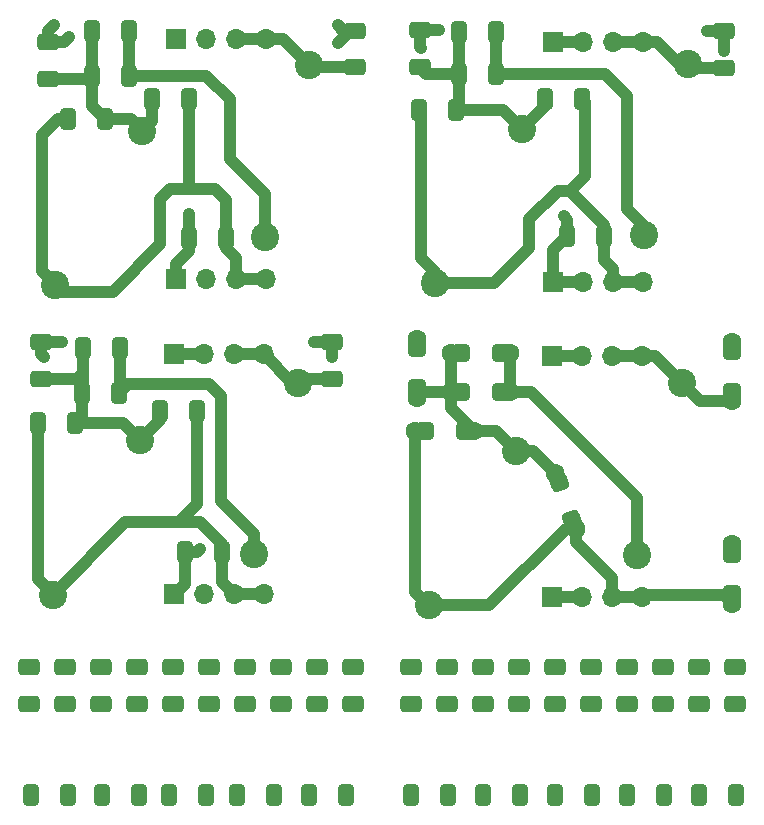
<source format=gbr>
%TF.GenerationSoftware,KiCad,Pcbnew,(6.0.11)*%
%TF.CreationDate,2023-08-20T10:05:32-05:00*%
%TF.ProjectId,SerialResonantFilter,53657269-616c-4526-9573-6f6e616e7446,rev?*%
%TF.SameCoordinates,Original*%
%TF.FileFunction,Copper,L1,Top*%
%TF.FilePolarity,Positive*%
%FSLAX46Y46*%
G04 Gerber Fmt 4.6, Leading zero omitted, Abs format (unit mm)*
G04 Created by KiCad (PCBNEW (6.0.11)) date 2023-08-20 10:05:32*
%MOMM*%
%LPD*%
G01*
G04 APERTURE LIST*
G04 Aperture macros list*
%AMRoundRect*
0 Rectangle with rounded corners*
0 $1 Rounding radius*
0 $2 $3 $4 $5 $6 $7 $8 $9 X,Y pos of 4 corners*
0 Add a 4 corners polygon primitive as box body*
4,1,4,$2,$3,$4,$5,$6,$7,$8,$9,$2,$3,0*
0 Add four circle primitives for the rounded corners*
1,1,$1+$1,$2,$3*
1,1,$1+$1,$4,$5*
1,1,$1+$1,$6,$7*
1,1,$1+$1,$8,$9*
0 Add four rect primitives between the rounded corners*
20,1,$1+$1,$2,$3,$4,$5,0*
20,1,$1+$1,$4,$5,$6,$7,0*
20,1,$1+$1,$6,$7,$8,$9,0*
20,1,$1+$1,$8,$9,$2,$3,0*%
G04 Aperture macros list end*
%TA.AperFunction,SMDPad,CuDef*%
%ADD10RoundRect,0.250000X-0.412500X-0.650000X0.412500X-0.650000X0.412500X0.650000X-0.412500X0.650000X0*%
%TD*%
%TA.AperFunction,SMDPad,CuDef*%
%ADD11RoundRect,0.250000X-0.650000X0.412500X-0.650000X-0.412500X0.650000X-0.412500X0.650000X0.412500X0*%
%TD*%
%TA.AperFunction,SMDPad,CuDef*%
%ADD12RoundRect,0.250000X0.412500X0.650000X-0.412500X0.650000X-0.412500X-0.650000X0.412500X-0.650000X0*%
%TD*%
%TA.AperFunction,ComponentPad*%
%ADD13C,2.400000*%
%TD*%
%TA.AperFunction,ComponentPad*%
%ADD14R,1.700000X1.700000*%
%TD*%
%TA.AperFunction,ComponentPad*%
%ADD15O,1.700000X1.700000*%
%TD*%
%TA.AperFunction,SMDPad,CuDef*%
%ADD16RoundRect,0.250000X0.650000X-0.412500X0.650000X0.412500X-0.650000X0.412500X-0.650000X-0.412500X0*%
%TD*%
%TA.AperFunction,ComponentPad*%
%ADD17C,1.600000*%
%TD*%
%TA.AperFunction,SMDPad,CuDef*%
%ADD18RoundRect,0.381000X-0.488333X0.227713X-0.227713X-0.488333X0.488333X-0.227713X0.227713X0.488333X0*%
%TD*%
%TA.AperFunction,SMDPad,CuDef*%
%ADD19RoundRect,0.381000X-0.381000X0.381000X-0.381000X-0.381000X0.381000X-0.381000X0.381000X0.381000X0*%
%TD*%
%TA.AperFunction,SMDPad,CuDef*%
%ADD20RoundRect,0.381000X0.381000X0.381000X-0.381000X0.381000X-0.381000X-0.381000X0.381000X-0.381000X0*%
%TD*%
%TA.AperFunction,ViaPad*%
%ADD21C,0.600000*%
%TD*%
%TA.AperFunction,Conductor*%
%ADD22C,1.000000*%
%TD*%
G04 APERTURE END LIST*
D10*
%TO.P,C58,1*%
%TO.N,unconnected-(C58-Pad1)*%
X141693500Y-106680000D03*
%TO.P,C58,2*%
%TO.N,unconnected-(C58-Pad2)*%
X144818500Y-106680000D03*
%TD*%
%TO.P,C57,1*%
%TO.N,unconnected-(C57-Pad1)*%
X174713500Y-106680000D03*
%TO.P,C57,2*%
%TO.N,unconnected-(C57-Pad2)*%
X177838500Y-106680000D03*
%TD*%
%TO.P,C56,1*%
%TO.N,unconnected-(C56-Pad1)*%
X162560000Y-106680000D03*
%TO.P,C56,2*%
%TO.N,unconnected-(C56-Pad2)*%
X165685000Y-106680000D03*
%TD*%
%TO.P,C55,1*%
%TO.N,unconnected-(C55-Pad1)*%
X168656000Y-106680000D03*
%TO.P,C55,2*%
%TO.N,unconnected-(C55-Pad2)*%
X171781000Y-106680000D03*
%TD*%
%TO.P,C54,1*%
%TO.N,unconnected-(C54-Pad1)*%
X156464000Y-106680000D03*
%TO.P,C54,2*%
%TO.N,unconnected-(C54-Pad2)*%
X159589000Y-106680000D03*
%TD*%
%TO.P,C53,1*%
%TO.N,unconnected-(C53-Pad1)*%
X150329500Y-106680000D03*
%TO.P,C53,2*%
%TO.N,unconnected-(C53-Pad2)*%
X153454500Y-106680000D03*
%TD*%
%TO.P,C52,1*%
%TO.N,unconnected-(C52-Pad1)*%
X124167500Y-106680000D03*
%TO.P,C52,2*%
%TO.N,unconnected-(C52-Pad2)*%
X127292500Y-106680000D03*
%TD*%
%TO.P,C51,1*%
%TO.N,unconnected-(C51-Pad1)*%
X118160000Y-106680000D03*
%TO.P,C51,2*%
%TO.N,unconnected-(C51-Pad2)*%
X121285000Y-106680000D03*
%TD*%
%TO.P,C50,1*%
%TO.N,unconnected-(C50-Pad1)*%
X135597500Y-106680000D03*
%TO.P,C50,2*%
%TO.N,unconnected-(C50-Pad2)*%
X138722500Y-106680000D03*
%TD*%
%TO.P,C49,1*%
%TO.N,unconnected-(C49-Pad1)*%
X129882500Y-106680000D03*
%TO.P,C49,2*%
%TO.N,unconnected-(C49-Pad2)*%
X133007500Y-106680000D03*
%TD*%
D11*
%TO.P,C1,1*%
%TO.N,GND*%
X145623338Y-41982087D03*
%TO.P,C1,2*%
%TO.N,Net-(C1-Pad2)*%
X145623338Y-45107087D03*
%TD*%
D12*
%TO.P,C2,1*%
%TO.N,Net-(C2-Pad1)*%
X126435838Y-42044587D03*
%TO.P,C2,2*%
%TO.N,Net-(C2-Pad2)*%
X123310838Y-42044587D03*
%TD*%
%TO.P,C3,1*%
%TO.N,Net-(C2-Pad1)*%
X126435838Y-45794587D03*
%TO.P,C3,2*%
%TO.N,Net-(C2-Pad2)*%
X123310838Y-45794587D03*
%TD*%
D11*
%TO.P,C4,1*%
%TO.N,GND*%
X119623338Y-42982087D03*
%TO.P,C4,2*%
%TO.N,Net-(C2-Pad2)*%
X119623338Y-46107087D03*
%TD*%
D12*
%TO.P,C5,1*%
%TO.N,Net-(C2-Pad2)*%
X124435838Y-49474587D03*
%TO.P,C5,2*%
%TO.N,Net-(C5-Pad2)*%
X121310838Y-49474587D03*
%TD*%
D10*
%TO.P,C6,1*%
%TO.N,GND*%
X131560838Y-59544587D03*
%TO.P,C6,2*%
%TO.N,Net-(C5-Pad2)*%
X134685838Y-59544587D03*
%TD*%
D13*
%TO.P,L2,1*%
%TO.N,Net-(C1-Pad2)*%
X141741938Y-44934039D03*
%TO.P,L2,2*%
%TO.N,Net-(C2-Pad1)*%
X137987810Y-59446913D03*
%TD*%
%TO.P,L3,1*%
%TO.N,Net-(C2-Pad2)*%
X127593338Y-50459705D03*
%TO.P,L3,2*%
%TO.N,Net-(C5-Pad2)*%
X120210921Y-63506425D03*
%TD*%
D14*
%TO.P,J1,1,Pin_1*%
%TO.N,GND*%
X130461338Y-63054587D03*
D15*
%TO.P,J1,2,Pin_2*%
X133001338Y-63054587D03*
%TO.P,J1,3,Pin_3*%
%TO.N,Net-(C5-Pad2)*%
X135541338Y-63054587D03*
%TO.P,J1,4,Pin_4*%
X138081338Y-63054587D03*
%TD*%
D14*
%TO.P,J2,1,Pin_1*%
%TO.N,GND*%
X130461338Y-42734587D03*
D15*
%TO.P,J2,2,Pin_2*%
X133001338Y-42734587D03*
%TO.P,J2,3,Pin_3*%
%TO.N,Net-(C1-Pad2)*%
X135541338Y-42734587D03*
%TO.P,J2,4,Pin_4*%
X138081338Y-42734587D03*
%TD*%
D10*
%TO.P,C7,1*%
%TO.N,Net-(C2-Pad2)*%
X128390838Y-47814587D03*
%TO.P,C7,2*%
%TO.N,Net-(C5-Pad2)*%
X131515838Y-47814587D03*
%TD*%
D16*
%TO.P,C48,1*%
%TO.N,unconnected-(C48-Pad1)*%
X162560000Y-99010000D03*
%TO.P,C48,2*%
%TO.N,unconnected-(C48-Pad2)*%
X162560000Y-95885000D03*
%TD*%
D14*
%TO.P,J5,1,Pin_1*%
%TO.N,GND*%
X130290838Y-69404587D03*
D15*
%TO.P,J5,2,Pin_2*%
X132830838Y-69404587D03*
%TO.P,J5,3,Pin_3*%
%TO.N,Net-(C15-Pad2)*%
X135370838Y-69404587D03*
%TO.P,J5,4,Pin_4*%
X137910838Y-69404587D03*
%TD*%
D10*
%TO.P,C21,1*%
%TO.N,GND*%
X131184838Y-86168587D03*
%TO.P,C21,2*%
%TO.N,Net-(C19-Pad2)*%
X134309838Y-86168587D03*
%TD*%
D17*
%TO.P,C26,1*%
%TO.N,Net-(C23-Pad2)*%
X162560000Y-79467837D03*
D18*
X162833616Y-80219591D03*
D17*
%TO.P,C26,2*%
%TO.N,Net-(C26-Pad2)*%
X164270101Y-84166300D03*
D18*
X163996485Y-83414546D03*
%TD*%
D11*
%TO.P,C8,1*%
%TO.N,GND*%
X176862338Y-42037924D03*
%TO.P,C8,2*%
%TO.N,Net-(C8-Pad2)*%
X176862338Y-45162924D03*
%TD*%
D16*
%TO.P,C34,1*%
%TO.N,unconnected-(C34-Pad1)*%
X133223000Y-99010000D03*
%TO.P,C34,2*%
%TO.N,unconnected-(C34-Pad2)*%
X133223000Y-95885000D03*
%TD*%
D11*
%TO.P,C18,1*%
%TO.N,GND*%
X119031338Y-68350087D03*
%TO.P,C18,2*%
%TO.N,Net-(C16-Pad2)*%
X119031338Y-71475087D03*
%TD*%
D17*
%TO.P,C22,1*%
%TO.N,GND*%
X177476000Y-68351837D03*
D19*
X177476000Y-69151837D03*
D17*
%TO.P,C22,2*%
%TO.N,Net-(C22-Pad2)*%
X177476000Y-73351837D03*
D19*
X177476000Y-72551837D03*
%TD*%
D13*
%TO.P,L8,1*%
%TO.N,Net-(C23-Pad2)*%
X159258000Y-77603542D03*
%TO.P,L8,2*%
%TO.N,Net-(C26-Pad2)*%
X151875583Y-90650262D03*
%TD*%
D16*
%TO.P,C36,1*%
%TO.N,unconnected-(C36-Pad1)*%
X150368000Y-99010000D03*
%TO.P,C36,2*%
%TO.N,unconnected-(C36-Pad2)*%
X150368000Y-95885000D03*
%TD*%
%TO.P,C31,1*%
%TO.N,unconnected-(C31-Pad1)*%
X130175000Y-98971500D03*
%TO.P,C31,2*%
%TO.N,unconnected-(C31-Pad2)*%
X130175000Y-95846500D03*
%TD*%
D11*
%TO.P,C11,1*%
%TO.N,GND*%
X151081338Y-41949424D03*
%TO.P,C11,2*%
%TO.N,Net-(C10-Pad2)*%
X151081338Y-45074424D03*
%TD*%
D16*
%TO.P,C41,1*%
%TO.N,unconnected-(C41-Pad1)*%
X168656000Y-99010000D03*
%TO.P,C41,2*%
%TO.N,unconnected-(C41-Pad2)*%
X168656000Y-95885000D03*
%TD*%
D12*
%TO.P,C16,1*%
%TO.N,Net-(C16-Pad1)*%
X125635338Y-72706587D03*
%TO.P,C16,2*%
%TO.N,Net-(C16-Pad2)*%
X122510338Y-72706587D03*
%TD*%
D13*
%TO.P,L5,1*%
%TO.N,Net-(C15-Pad2)*%
X140774128Y-71789876D03*
%TO.P,L5,2*%
%TO.N,Net-(C16-Pad1)*%
X137020000Y-86302750D03*
%TD*%
%TO.P,L7,1*%
%TO.N,Net-(C22-Pad2)*%
X173266790Y-71847126D03*
%TO.P,L7,2*%
%TO.N,Net-(C23-Pad1)*%
X169512662Y-86360000D03*
%TD*%
D16*
%TO.P,C37,1*%
%TO.N,unconnected-(C37-Pad1)*%
X142367000Y-99010000D03*
%TO.P,C37,2*%
%TO.N,unconnected-(C37-Pad2)*%
X142367000Y-95885000D03*
%TD*%
%TO.P,C39,1*%
%TO.N,unconnected-(C39-Pad1)*%
X153416000Y-99010000D03*
%TO.P,C39,2*%
%TO.N,unconnected-(C39-Pad2)*%
X153416000Y-95885000D03*
%TD*%
D14*
%TO.P,J6,1,Pin_1*%
%TO.N,GND*%
X130290838Y-89699587D03*
D15*
%TO.P,J6,2,Pin_2*%
X132830838Y-89699587D03*
%TO.P,J6,3,Pin_3*%
%TO.N,Net-(C19-Pad2)*%
X135370838Y-89699587D03*
%TO.P,J6,4,Pin_4*%
X137910838Y-89699587D03*
%TD*%
D16*
%TO.P,C38,1*%
%TO.N,unconnected-(C38-Pad1)*%
X136271000Y-98971500D03*
%TO.P,C38,2*%
%TO.N,unconnected-(C38-Pad2)*%
X136271000Y-95846500D03*
%TD*%
%TO.P,C29,1*%
%TO.N,unconnected-(C29-Pad1)*%
X127127000Y-99010000D03*
%TO.P,C29,2*%
%TO.N,unconnected-(C29-Pad2)*%
X127127000Y-95885000D03*
%TD*%
%TO.P,C46,1*%
%TO.N,unconnected-(C46-Pad1)*%
X174752000Y-99010000D03*
%TO.P,C46,2*%
%TO.N,unconnected-(C46-Pad2)*%
X174752000Y-95885000D03*
%TD*%
%TO.P,C47,1*%
%TO.N,unconnected-(C47-Pad1)*%
X171704000Y-99010000D03*
%TO.P,C47,2*%
%TO.N,unconnected-(C47-Pad2)*%
X171704000Y-95885000D03*
%TD*%
D12*
%TO.P,C13,1*%
%TO.N,Net-(C10-Pad2)*%
X154167838Y-48680424D03*
%TO.P,C13,2*%
%TO.N,Net-(C12-Pad2)*%
X151042838Y-48680424D03*
%TD*%
D14*
%TO.P,J3,1,Pin_1*%
%TO.N,GND*%
X162394338Y-42940424D03*
D15*
%TO.P,J3,2,Pin_2*%
X164934338Y-42940424D03*
%TO.P,J3,3,Pin_3*%
%TO.N,Net-(C8-Pad2)*%
X167474338Y-42940424D03*
%TO.P,J3,4,Pin_4*%
X170014338Y-42940424D03*
%TD*%
D13*
%TO.P,L1,1*%
%TO.N,Net-(C8-Pad2)*%
X173791938Y-44783876D03*
%TO.P,L1,2*%
%TO.N,Net-(C10-Pad1)*%
X170037810Y-59296750D03*
%TD*%
D16*
%TO.P,C35,1*%
%TO.N,unconnected-(C35-Pad1)*%
X139319000Y-99010000D03*
%TO.P,C35,2*%
%TO.N,unconnected-(C35-Pad2)*%
X139319000Y-95885000D03*
%TD*%
D11*
%TO.P,C32,1*%
%TO.N,unconnected-(C32-Pad1)*%
X124079000Y-95885000D03*
%TO.P,C32,2*%
%TO.N,unconnected-(C32-Pad2)*%
X124079000Y-99010000D03*
%TD*%
D16*
%TO.P,C45,1*%
%TO.N,unconnected-(C45-Pad1)*%
X156464000Y-98971500D03*
%TO.P,C45,2*%
%TO.N,unconnected-(C45-Pad2)*%
X156464000Y-95846500D03*
%TD*%
D20*
%TO.P,C24,1*%
%TO.N,Net-(C23-Pad1)*%
X157950000Y-69307837D03*
D17*
X158750000Y-69307837D03*
%TO.P,C24,2*%
%TO.N,Net-(C23-Pad2)*%
X153750000Y-69307837D03*
D20*
X154550000Y-69307837D03*
%TD*%
D16*
%TO.P,C43,1*%
%TO.N,unconnected-(C43-Pad1)*%
X165608000Y-98971500D03*
%TO.P,C43,2*%
%TO.N,unconnected-(C43-Pad2)*%
X165608000Y-95846500D03*
%TD*%
D17*
%TO.P,C25,1*%
%TO.N,GND*%
X150876000Y-68077837D03*
D19*
X150876000Y-68877837D03*
%TO.P,C25,2*%
%TO.N,Net-(C23-Pad2)*%
X150876000Y-72277837D03*
D17*
X150876000Y-73077837D03*
%TD*%
D13*
%TO.P,L4,1*%
%TO.N,Net-(C10-Pad2)*%
X159764338Y-50274917D03*
%TO.P,L4,2*%
%TO.N,Net-(C12-Pad2)*%
X152381921Y-63321637D03*
%TD*%
D14*
%TO.P,J4,1,Pin_1*%
%TO.N,GND*%
X162394338Y-63285424D03*
D15*
%TO.P,J4,2,Pin_2*%
X164934338Y-63285424D03*
%TO.P,J4,3,Pin_3*%
%TO.N,Net-(C12-Pad2)*%
X167474338Y-63285424D03*
%TO.P,J4,4,Pin_4*%
X170014338Y-63285424D03*
%TD*%
D16*
%TO.P,C33,1*%
%TO.N,unconnected-(C33-Pad1)*%
X121031000Y-99010000D03*
%TO.P,C33,2*%
%TO.N,unconnected-(C33-Pad2)*%
X121031000Y-95885000D03*
%TD*%
D12*
%TO.P,C9,1*%
%TO.N,Net-(C10-Pad1)*%
X157508338Y-45632424D03*
%TO.P,C9,2*%
%TO.N,Net-(C10-Pad2)*%
X154383338Y-45632424D03*
%TD*%
D16*
%TO.P,C44,1*%
%TO.N,unconnected-(C44-Pad1)*%
X177800000Y-99010000D03*
%TO.P,C44,2*%
%TO.N,unconnected-(C44-Pad2)*%
X177800000Y-95885000D03*
%TD*%
D14*
%TO.P,J7,1,Pin_1*%
%TO.N,GND*%
X162306000Y-69561837D03*
D15*
%TO.P,J7,2,Pin_2*%
X164846000Y-69561837D03*
%TO.P,J7,3,Pin_3*%
%TO.N,Net-(C22-Pad2)*%
X167386000Y-69561837D03*
%TO.P,J7,4,Pin_4*%
X169926000Y-69561837D03*
%TD*%
D16*
%TO.P,C40,1*%
%TO.N,unconnected-(C40-Pad1)*%
X145415000Y-98971500D03*
%TO.P,C40,2*%
%TO.N,unconnected-(C40-Pad2)*%
X145415000Y-95846500D03*
%TD*%
D10*
%TO.P,C12,1*%
%TO.N,Net-(C10-Pad2)*%
X161710838Y-47791424D03*
%TO.P,C12,2*%
%TO.N,Net-(C12-Pad2)*%
X164835838Y-47791424D03*
%TD*%
D16*
%TO.P,C30,1*%
%TO.N,unconnected-(C30-Pad1)*%
X117983000Y-99010000D03*
%TO.P,C30,2*%
%TO.N,unconnected-(C30-Pad2)*%
X117983000Y-95885000D03*
%TD*%
D17*
%TO.P,C27,1*%
%TO.N,Net-(C23-Pad2)*%
X155702000Y-75911837D03*
D20*
X154902000Y-75911837D03*
D17*
%TO.P,C27,2*%
%TO.N,Net-(C26-Pad2)*%
X150702000Y-75911837D03*
D20*
X151502000Y-75911837D03*
%TD*%
D12*
%TO.P,C10,1*%
%TO.N,Net-(C10-Pad1)*%
X157508338Y-42076424D03*
%TO.P,C10,2*%
%TO.N,Net-(C10-Pad2)*%
X154383338Y-42076424D03*
%TD*%
D10*
%TO.P,C14,1*%
%TO.N,GND*%
X163577338Y-59348424D03*
%TO.P,C14,2*%
%TO.N,Net-(C12-Pad2)*%
X166702338Y-59348424D03*
%TD*%
D12*
%TO.P,C20,1*%
%TO.N,Net-(C16-Pad2)*%
X121863838Y-75246587D03*
%TO.P,C20,2*%
%TO.N,Net-(C19-Pad2)*%
X118738838Y-75246587D03*
%TD*%
D10*
%TO.P,C19,1*%
%TO.N,Net-(C16-Pad2)*%
X129114338Y-74230587D03*
%TO.P,C19,2*%
%TO.N,Net-(C19-Pad2)*%
X132239338Y-74230587D03*
%TD*%
D17*
%TO.P,C23,1*%
%TO.N,Net-(C23-Pad1)*%
X158750000Y-72609837D03*
D20*
X157950000Y-72609837D03*
%TO.P,C23,2*%
%TO.N,Net-(C23-Pad2)*%
X154550000Y-72609837D03*
D17*
X153750000Y-72609837D03*
%TD*%
%TO.P,C28,1*%
%TO.N,GND*%
X177556000Y-85491837D03*
D19*
X177556000Y-86291837D03*
D17*
%TO.P,C28,2*%
%TO.N,Net-(C26-Pad2)*%
X177556000Y-90491837D03*
D19*
X177556000Y-89691837D03*
%TD*%
D11*
%TO.P,C15,1*%
%TO.N,GND*%
X143669338Y-68350087D03*
%TO.P,C15,2*%
%TO.N,Net-(C15-Pad2)*%
X143669338Y-71475087D03*
%TD*%
D14*
%TO.P,J8,1,Pin_1*%
%TO.N,GND*%
X162296000Y-89906837D03*
D15*
%TO.P,J8,2,Pin_2*%
X164836000Y-89906837D03*
%TO.P,J8,3,Pin_3*%
%TO.N,Net-(C26-Pad2)*%
X167376000Y-89906837D03*
%TO.P,J8,4,Pin_4*%
X169916000Y-89906837D03*
%TD*%
D16*
%TO.P,C42,1*%
%TO.N,unconnected-(C42-Pad1)*%
X159512000Y-98971500D03*
%TO.P,C42,2*%
%TO.N,unconnected-(C42-Pad2)*%
X159512000Y-95846500D03*
%TD*%
D12*
%TO.P,C17,1*%
%TO.N,Net-(C16-Pad1)*%
X125673838Y-68896587D03*
%TO.P,C17,2*%
%TO.N,Net-(C16-Pad2)*%
X122548838Y-68896587D03*
%TD*%
D13*
%TO.P,L6,1*%
%TO.N,Net-(C16-Pad2)*%
X127413338Y-76684292D03*
%TO.P,L6,2*%
%TO.N,Net-(C19-Pad2)*%
X120030921Y-89731012D03*
%TD*%
D21*
%TO.N,GND*%
X144123338Y-41544587D03*
X176862338Y-43727424D03*
X119285338Y-69658587D03*
X143669338Y-69658587D03*
X175376838Y-42037924D03*
X120123338Y-41544587D03*
X163273338Y-57697424D03*
X151208338Y-43473424D03*
X120809338Y-68388587D03*
X152732338Y-41949424D03*
X121373338Y-42544587D03*
X131560838Y-57482087D03*
X142145338Y-68388587D03*
X144123338Y-43044587D03*
X132493338Y-85914587D03*
%TD*%
D22*
%TO.N,GND*%
X164934338Y-42940424D02*
X162394338Y-42940424D01*
X119623338Y-42982087D02*
X119623338Y-42044587D01*
X176862338Y-42037924D02*
X176862338Y-43727424D01*
X162394338Y-60531424D02*
X163577338Y-59348424D01*
X132239338Y-86168587D02*
X132493338Y-85914587D01*
X145185838Y-41982087D02*
X144123338Y-43044587D01*
X162394338Y-63285424D02*
X162394338Y-60531424D01*
X131184838Y-88805587D02*
X130290838Y-89699587D01*
X131560838Y-60607087D02*
X130461338Y-61706587D01*
X145623338Y-41982087D02*
X144560838Y-41982087D01*
X163577338Y-58001424D02*
X163273338Y-57697424D01*
X131560838Y-57482087D02*
X131560838Y-59544587D01*
X151081338Y-41949424D02*
X152732338Y-41949424D01*
X175376838Y-42037924D02*
X176862338Y-42037924D01*
X164934338Y-63285424D02*
X162394338Y-63285424D01*
X120770838Y-68350087D02*
X120809338Y-68388587D01*
X120935838Y-42982087D02*
X121373338Y-42544587D01*
X119031338Y-68350087D02*
X120770838Y-68350087D01*
X142183838Y-68350087D02*
X142145338Y-68388587D01*
X145623338Y-41982087D02*
X145185838Y-41982087D01*
X132830838Y-69404587D02*
X130290838Y-69404587D01*
X164846000Y-69561837D02*
X162306000Y-69561837D01*
X143669338Y-68350087D02*
X142183838Y-68350087D01*
X131184838Y-86168587D02*
X131184838Y-88805587D01*
X164836000Y-89906837D02*
X162296000Y-89906837D01*
X151081338Y-41949424D02*
X151081338Y-43346424D01*
X151081338Y-43346424D02*
X151208338Y-43473424D01*
X119031338Y-69404587D02*
X119285338Y-69658587D01*
X130461338Y-61706587D02*
X130461338Y-63054587D01*
X119623338Y-42982087D02*
X120935838Y-42982087D01*
X119031338Y-68350087D02*
X119031338Y-69404587D01*
X144560838Y-41982087D02*
X144123338Y-41544587D01*
X131184838Y-86168587D02*
X132239338Y-86168587D01*
X119623338Y-42044587D02*
X120123338Y-41544587D01*
X163577338Y-59348424D02*
X163577338Y-58001424D01*
X143669338Y-68350087D02*
X143669338Y-69658587D01*
X131560838Y-59544587D02*
X131560838Y-60607087D01*
%TO.N,Net-(C1-Pad2)*%
X145623338Y-45107087D02*
X141914986Y-45107087D01*
X141914986Y-45107087D02*
X141741938Y-44934039D01*
X139542486Y-42734587D02*
X141741938Y-44934039D01*
X135541338Y-42734587D02*
X138081338Y-42734587D01*
X138081338Y-42734587D02*
X139542486Y-42734587D01*
%TO.N,Net-(C2-Pad2)*%
X128390838Y-49662205D02*
X127593338Y-50459705D01*
X126608220Y-49474587D02*
X127593338Y-50459705D01*
X123310838Y-45794587D02*
X123310838Y-48349587D01*
X123310838Y-48349587D02*
X124435838Y-49474587D01*
X123310838Y-42044587D02*
X123310838Y-45794587D01*
X119623338Y-46107087D02*
X122998338Y-46107087D01*
X128390838Y-47814587D02*
X128390838Y-49662205D01*
X122998338Y-46107087D02*
X123310838Y-45794587D01*
X124435838Y-49474587D02*
X126608220Y-49474587D01*
%TO.N,Net-(C2-Pad1)*%
X133013338Y-45794587D02*
X135033338Y-47814587D01*
X135033338Y-52894587D02*
X137987810Y-55849059D01*
X137987810Y-55849059D02*
X137987810Y-59446913D01*
X126435838Y-42044587D02*
X126435838Y-45794587D01*
X135033338Y-47814587D02*
X135033338Y-52894587D01*
X126435838Y-45794587D02*
X133013338Y-45794587D01*
%TO.N,Net-(C5-Pad2)*%
X131223338Y-55434587D02*
X129953338Y-55434587D01*
X129123338Y-60044587D02*
X125086913Y-64081012D01*
X119073338Y-50844587D02*
X119073338Y-62368842D01*
X134685838Y-59544587D02*
X134685838Y-56357087D01*
X129953338Y-55434587D02*
X129123338Y-56264587D01*
X129123338Y-56264587D02*
X129123338Y-60044587D01*
X131515838Y-47814587D02*
X131515838Y-55142087D01*
X135541338Y-63054587D02*
X138081338Y-63054587D01*
X135541338Y-61212587D02*
X134685838Y-60357087D01*
X120785508Y-64081012D02*
X120210921Y-63506425D01*
X119073338Y-62368842D02*
X120210921Y-63506425D01*
X120443338Y-49474587D02*
X119073338Y-50844587D01*
X133763338Y-55434587D02*
X131223338Y-55434587D01*
X131515838Y-55142087D02*
X131223338Y-55434587D01*
X125086913Y-64081012D02*
X120785508Y-64081012D01*
X134685838Y-56357087D02*
X133763338Y-55434587D01*
X135541338Y-63054587D02*
X135541338Y-61212587D01*
X121310838Y-49474587D02*
X120443338Y-49474587D01*
X134685838Y-60357087D02*
X134685838Y-59544587D01*
%TO.N,Net-(C8-Pad2)*%
X176862338Y-45162924D02*
X174170986Y-45162924D01*
X171186486Y-42940424D02*
X173029938Y-44783876D01*
X173029938Y-44783876D02*
X173791938Y-44783876D01*
X174170986Y-45162924D02*
X173791938Y-44783876D01*
X170014338Y-42940424D02*
X171186486Y-42940424D01*
X170014338Y-42940424D02*
X167474338Y-42940424D01*
%TO.N,Net-(C10-Pad1)*%
X157508338Y-42076424D02*
X157508338Y-45632424D01*
X168656000Y-57111086D02*
X170037810Y-58492896D01*
X157508338Y-45632424D02*
X166801587Y-45632424D01*
X166801587Y-45632424D02*
X168656000Y-47486837D01*
X170037810Y-58492896D02*
X170037810Y-59296750D01*
X168656000Y-47486837D02*
X168656000Y-57111086D01*
%TO.N,Net-(C10-Pad2)*%
X154383338Y-45632424D02*
X151639338Y-45632424D01*
X154383338Y-48464924D02*
X154167838Y-48680424D01*
X158169845Y-48680424D02*
X159764338Y-50274917D01*
X154167838Y-48680424D02*
X158169845Y-48680424D01*
X151639338Y-45632424D02*
X151081338Y-45074424D01*
X154383338Y-42076424D02*
X154383338Y-45632424D01*
X161710838Y-48328417D02*
X159764338Y-50274917D01*
X154383338Y-45632424D02*
X154383338Y-48464924D01*
X161710838Y-47791424D02*
X161710838Y-48328417D01*
%TO.N,Net-(C12-Pad2)*%
X166702338Y-61380424D02*
X167474338Y-62152424D01*
X166702338Y-58459424D02*
X163781338Y-55538424D01*
X170014338Y-63285424D02*
X167474338Y-63285424D01*
X167474338Y-62152424D02*
X167474338Y-63285424D01*
X163781338Y-55538424D02*
X162765338Y-55538424D01*
X163781338Y-55538424D02*
X165051338Y-54268424D01*
X166702338Y-59348424D02*
X166702338Y-58459424D01*
X151208338Y-61253424D02*
X152381921Y-62427007D01*
X166702338Y-59348424D02*
X166702338Y-61380424D01*
X162765338Y-55538424D02*
X160352338Y-57951424D01*
X151042838Y-48680424D02*
X151208338Y-48845924D01*
X152381921Y-62427007D02*
X152381921Y-63321637D01*
X165051338Y-54268424D02*
X165051338Y-48006924D01*
X151208338Y-48845924D02*
X151208338Y-61253424D01*
X165051338Y-48006924D02*
X164835838Y-47791424D01*
X160352338Y-60364424D02*
X157395125Y-63321637D01*
X157395125Y-63321637D02*
X152381921Y-63321637D01*
X160352338Y-57951424D02*
X160352338Y-60364424D01*
%TO.N,Net-(C15-Pad2)*%
X141088917Y-71475087D02*
X140774128Y-71789876D01*
X143669338Y-71475087D02*
X141088917Y-71475087D01*
X140296127Y-71789876D02*
X137910838Y-69404587D01*
X135370838Y-69404587D02*
X137910838Y-69404587D01*
X140774128Y-71789876D02*
X140296127Y-71789876D01*
%TO.N,Net-(C16-Pad1)*%
X137020000Y-84599249D02*
X134271338Y-81850587D01*
X126397338Y-71944587D02*
X125635338Y-72706587D01*
X134271338Y-72960587D02*
X133255338Y-71944587D01*
X125673838Y-68896587D02*
X125673838Y-72668087D01*
X133255338Y-71944587D02*
X126397338Y-71944587D01*
X134271338Y-81850587D02*
X134271338Y-72960587D01*
X137020000Y-86302750D02*
X137020000Y-84599249D01*
X125673838Y-72668087D02*
X125635338Y-72706587D01*
%TO.N,Net-(C16-Pad2)*%
X122040838Y-71475087D02*
X122548838Y-70967087D01*
X122510338Y-74600087D02*
X121863838Y-75246587D01*
X125975633Y-75246587D02*
X121863838Y-75246587D01*
X127413338Y-76684292D02*
X125975633Y-75246587D01*
X122548838Y-72668087D02*
X122510338Y-72706587D01*
X119031338Y-71475087D02*
X122040838Y-71475087D01*
X122510338Y-72706587D02*
X122510338Y-74600087D01*
X129114338Y-74983292D02*
X127413338Y-76684292D01*
X122548838Y-70967087D02*
X122548838Y-72668087D01*
X122548838Y-68896587D02*
X122548838Y-70967087D01*
X129114338Y-74230587D02*
X129114338Y-74983292D01*
%TO.N,Net-(C19-Pad2)*%
X118738838Y-88438929D02*
X120030921Y-89731012D01*
X126133346Y-83628587D02*
X130715338Y-83628587D01*
X130715338Y-83628587D02*
X132493338Y-83628587D01*
X134309838Y-86168587D02*
X134309838Y-88638587D01*
X120030921Y-89731012D02*
X126133346Y-83628587D01*
X134309838Y-85445087D02*
X134309838Y-86168587D01*
X132239338Y-82104587D02*
X132239338Y-74230587D01*
X130715338Y-83628587D02*
X132239338Y-82104587D01*
X137910838Y-89699587D02*
X135370838Y-89699587D01*
X118738838Y-75246587D02*
X118738838Y-88438929D01*
X132493338Y-83628587D02*
X134309838Y-85445087D01*
X134309838Y-88638587D02*
X135370838Y-89699587D01*
%TO.N,Net-(C22-Pad2)*%
X177476000Y-73351837D02*
X174771501Y-73351837D01*
X167386000Y-69561837D02*
X169926000Y-69561837D01*
X174771501Y-73351837D02*
X173266790Y-71847126D01*
X169926000Y-69561837D02*
X170981501Y-69561837D01*
X170981501Y-69561837D02*
X173266790Y-71847126D01*
%TO.N,Net-(C23-Pad1)*%
X158750000Y-69307837D02*
X158750000Y-72609837D01*
X160528000Y-72609837D02*
X158750000Y-72609837D01*
X169512662Y-81594499D02*
X160528000Y-72609837D01*
X169512662Y-86360000D02*
X169512662Y-81594499D01*
%TO.N,Net-(C23-Pad2)*%
X153750000Y-73959837D02*
X155702000Y-75911837D01*
X159258000Y-77603542D02*
X160695705Y-77603542D01*
X153750000Y-72609837D02*
X151344000Y-72609837D01*
X160695705Y-77603542D02*
X162560000Y-79467837D01*
X153750000Y-72609837D02*
X153750000Y-73959837D01*
X157566295Y-75911837D02*
X159258000Y-77603542D01*
X153750000Y-69307837D02*
X153750000Y-72609837D01*
X155702000Y-75911837D02*
X157566295Y-75911837D01*
X151344000Y-72609837D02*
X150876000Y-73077837D01*
%TO.N,Net-(C26-Pad2)*%
X163449537Y-84166300D02*
X164270101Y-84166300D01*
X177556000Y-90491837D02*
X176866000Y-89801837D01*
X150702000Y-75911837D02*
X150702000Y-89476679D01*
X176866000Y-89801837D02*
X170021000Y-89801837D01*
X150702000Y-89476679D02*
X151875583Y-90650262D01*
X151875583Y-90650262D02*
X156965575Y-90650262D01*
X164270101Y-84166300D02*
X164270101Y-85241938D01*
X156965575Y-90650262D02*
X163449537Y-84166300D01*
X169916000Y-89906837D02*
X167376000Y-89906837D01*
X164270101Y-85241938D02*
X167376000Y-88347837D01*
X170021000Y-89801837D02*
X169916000Y-89906837D01*
X167376000Y-88347837D02*
X167376000Y-89906837D01*
%TD*%
M02*

</source>
